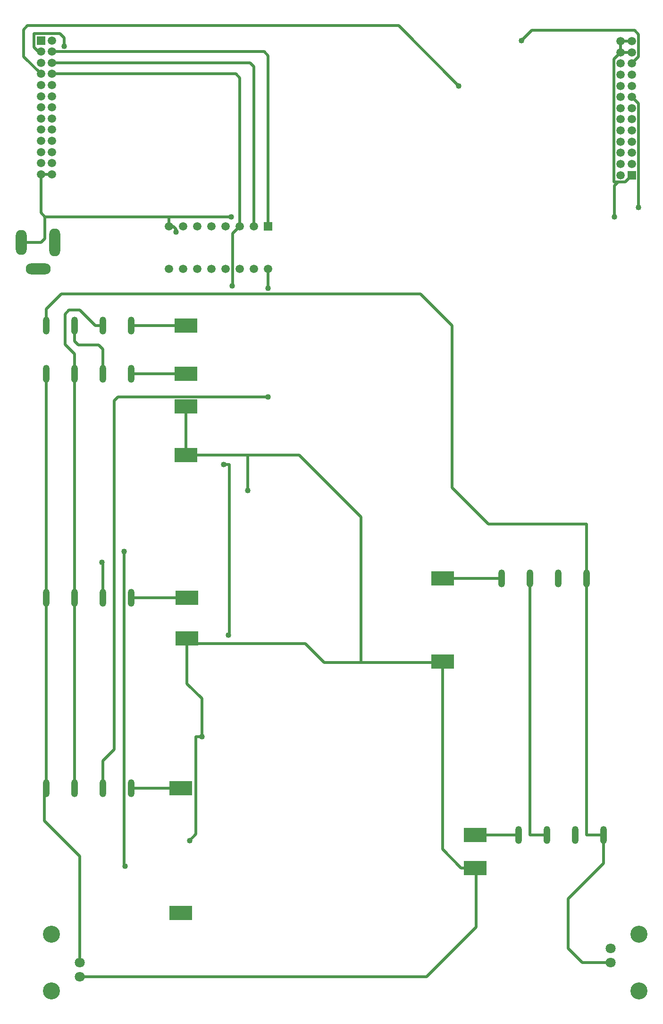
<source format=gbr>
G04 DipTrace 3.3.1.3*
G04 Bottom.gbr*
%MOIN*%
G04 #@! TF.FileFunction,Copper,L2,Bot*
G04 #@! TF.Part,Single*
G04 #@! TA.AperFunction,Conductor*
%ADD12C,0.02*%
G04 #@! TA.AperFunction,ComponentPad*
%ADD18R,0.059055X0.059055*%
%ADD19C,0.059055*%
%ADD20O,0.07874X0.177165*%
%ADD21O,0.07874X0.19685*%
%ADD22O,0.177165X0.07874*%
%ADD23C,0.120079*%
%ADD24C,0.070866*%
%ADD25O,0.047992X0.126732*%
%ADD27R,0.16X0.09937*%
G04 #@! TA.AperFunction,ViaPad*
%ADD28C,0.04*%
%FSLAX26Y26*%
G04*
G70*
G90*
G75*
G01*
G04 Bottom*
%LPD*%
X1743712Y5737461D2*
D12*
X1356201Y5737451D1*
X3974950Y3956201D2*
X3556201D1*
Y3956210D1*
X3787457Y2143701D2*
X4093702D1*
X3787457Y1912450D2*
X3687451D1*
X3556201Y2043701D1*
Y3368701D1*
X1743713Y5168720D2*
Y4824941D1*
X1749951Y3531201D2*
Y3518699D1*
X1774950Y3493701D1*
X2587451D1*
X2718701Y3362451D1*
X2981201D1*
X3549951D1*
X3556201Y3368701D1*
X1743713Y4824941D2*
X2181102D1*
X2543710D1*
X2981201Y4387450D1*
Y3362451D1*
X2062450Y6506201D2*
X1624951D1*
Y6437451D1*
X4893701Y7666092D2*
X4814961D1*
X581201Y6324950D2*
X718698D1*
X746701Y6352953D1*
Y6506201D1*
X1624951D1*
X1749951Y3531201D2*
Y3213051D1*
X1856201Y3106802D1*
Y2837451D1*
X4814961Y7666092D2*
X4767433Y7618564D1*
Y6752421D1*
X4795433D1*
X4768701Y6725689D1*
Y6506201D1*
X797441Y6805070D2*
X718701D1*
X4814961Y7666092D2*
Y7744832D1*
X2181102Y4824941D2*
Y4576228D1*
X1624951Y6437451D2*
X1652480D1*
X1672480Y6417451D1*
Y6396772D1*
X4795433Y6752421D2*
X4846172D1*
X4893701Y6799950D1*
X1856201Y2837451D2*
X1814205D1*
Y2151705D1*
X1768701Y2106201D1*
X718701Y6805070D2*
Y6534201D1*
X746701Y6506201D1*
X4814961Y7744832D2*
X4893701D1*
X993606Y1143701D2*
X3443701D1*
X3793701Y1493701D1*
Y1906206D1*
X3787457Y1912450D1*
X1356202Y2474950D2*
X1706197D1*
X1356202Y3818701D2*
X1749951D1*
X1743713Y5399941D2*
X1356213D1*
X1356202Y5399951D1*
X756201Y5737451D2*
Y5856201D1*
X862451Y5962451D1*
X3399950D1*
X3624950Y5737451D1*
Y4593702D1*
X3881201Y4337451D1*
X4574950D1*
Y3956201D1*
Y2143701D1*
X4693702D1*
X4743685Y1243701D2*
X4543701D1*
X4443701Y1343701D1*
Y1693701D1*
X4693701Y1943701D1*
Y2143699D1*
X4693702Y2143701D1*
X756202Y2474950D2*
Y3818701D1*
Y5399951D1*
X993717Y1243701D2*
Y1993685D1*
X743701Y2243701D1*
Y2462449D1*
X756202Y2474950D1*
X1156202Y5399951D2*
Y5572083D1*
X1128202Y5600083D1*
X984201D1*
X956201Y5628083D1*
Y5737451D1*
X1149951Y4068701D2*
X1156202Y4062450D1*
Y3818701D1*
Y2474950D2*
Y2668882D1*
X1236201Y2748881D1*
Y5208409D1*
X1264201Y5236409D1*
X2324953D1*
X2324951Y6137451D2*
X2324953Y6000453D1*
X1156201Y5737451D2*
X1102533D1*
X993165Y5846819D1*
X918453D1*
X890453Y5818819D1*
Y5604961D1*
X956202Y5539211D1*
Y5399951D1*
X4174950Y3956201D2*
Y2143701D1*
X4293702D1*
X956202Y3818701D2*
Y2474950D1*
Y5399951D2*
Y3818701D1*
X2324951Y6437451D2*
Y7643209D1*
X2296949Y7671211D1*
X797441D1*
X1306201Y4143701D2*
Y1925453D1*
X1314205D1*
X2224951Y6437451D2*
Y7564469D1*
X2196949Y7592471D1*
X797441D1*
X2011906Y4758941D2*
X2049950D1*
Y3556201D1*
X2043701D1*
X2068701Y6018701D2*
X2074950D1*
Y6387450D1*
X2124951Y6437451D1*
Y7485728D1*
X2096949Y7513731D1*
X797441D1*
X4941228Y6570980D2*
Y7303604D1*
X4893701Y7351131D1*
X3669295Y7429874D2*
X3245689Y7853480D1*
X625181D1*
X597181Y7825480D1*
Y7635251D1*
X718701Y7513731D1*
X882969Y7709213D2*
Y7769480D1*
X854969Y7797480D1*
X671173D1*
Y7700739D1*
X700701Y7671211D1*
X718701D1*
X4115177Y7749949D2*
X4185591Y7820362D1*
X4913228D1*
X4941228Y7792362D1*
Y7634879D1*
X4893701Y7587352D1*
D28*
X4768701Y6506201D3*
X2062450D3*
X1672480Y6396772D3*
X1768701Y2106201D3*
X2181102Y4576228D3*
X1856201Y2837451D3*
X1149951Y4068701D3*
X2324953Y5236409D3*
Y6000453D3*
X1314205Y1925453D3*
X1306201Y4143701D3*
X2043701Y3556201D3*
X2011906Y4758941D3*
X2068701Y6018701D3*
X4941228Y6570980D3*
X3669295Y7429874D3*
X882969Y7709213D3*
X4115177Y7749949D3*
D18*
X718701Y7749951D3*
D19*
Y7671211D3*
Y7592471D3*
Y7513731D3*
Y7434991D3*
Y7356251D3*
Y7277510D3*
Y7198770D3*
Y7120030D3*
Y7041290D3*
Y6962550D3*
Y6883810D3*
Y6805070D3*
X797441D3*
Y6883810D3*
Y6962550D3*
Y7041290D3*
Y7120030D3*
Y7198770D3*
Y7277510D3*
Y7356251D3*
Y7434991D3*
Y7513731D3*
Y7592471D3*
Y7671211D3*
Y7749951D3*
D18*
X4893701Y6799950D3*
D19*
Y6878690D3*
Y6957430D3*
Y7036171D3*
Y7114911D3*
Y7193651D3*
Y7272391D3*
Y7351131D3*
Y7429871D3*
Y7508612D3*
Y7587352D3*
Y7666092D3*
Y7744832D3*
X4814961D3*
Y7666092D3*
Y7587352D3*
Y7508612D3*
Y7429871D3*
Y7351131D3*
Y7272391D3*
Y7193651D3*
Y7114911D3*
Y7036171D3*
Y6957430D3*
Y6878690D3*
Y6799950D3*
D20*
X581201Y6324950D3*
D21*
X817421D3*
D22*
X699311Y6139911D3*
D23*
X793701Y1043701D3*
X793605Y1443701D3*
D24*
X993717Y1243701D3*
X993606Y1143701D3*
D25*
X1356201Y5737451D3*
X1156201D3*
X956201D3*
X756201D3*
X3974950Y3956201D3*
X4174950D3*
X4374950D3*
X4574950D3*
X4093702Y2143701D3*
X4293702D3*
X4493702D3*
X4693702D3*
X756202Y2474950D3*
X956202D3*
X1156202D3*
X1356202D3*
X756202Y3818701D3*
X956202D3*
X1156202D3*
X1356202D3*
X756202Y5399951D3*
X956202D3*
X1156202D3*
X1356202D3*
D18*
X2324951Y6437451D3*
D19*
X2224951D3*
X2124951D3*
X2024951D3*
X1924951D3*
X1824951D3*
X1724951D3*
X1624951D3*
Y6137451D3*
X1724951D3*
X1824951D3*
X1924951D3*
X2024951D3*
X2124951D3*
X2224951D3*
X2324951D3*
D27*
X1743712Y5737461D3*
X1743713Y5399941D3*
Y5168720D3*
Y4824941D3*
X3556201Y3956210D3*
Y3368701D3*
X1749951Y3818701D3*
Y3531201D3*
X3787457Y2143701D3*
Y1912450D3*
X1706197Y2474950D3*
X1706207Y1593701D3*
D23*
X4943701Y1443701D3*
X4943797Y1043701D3*
D24*
X4743685Y1243701D3*
X4743795Y1343701D3*
M02*

</source>
